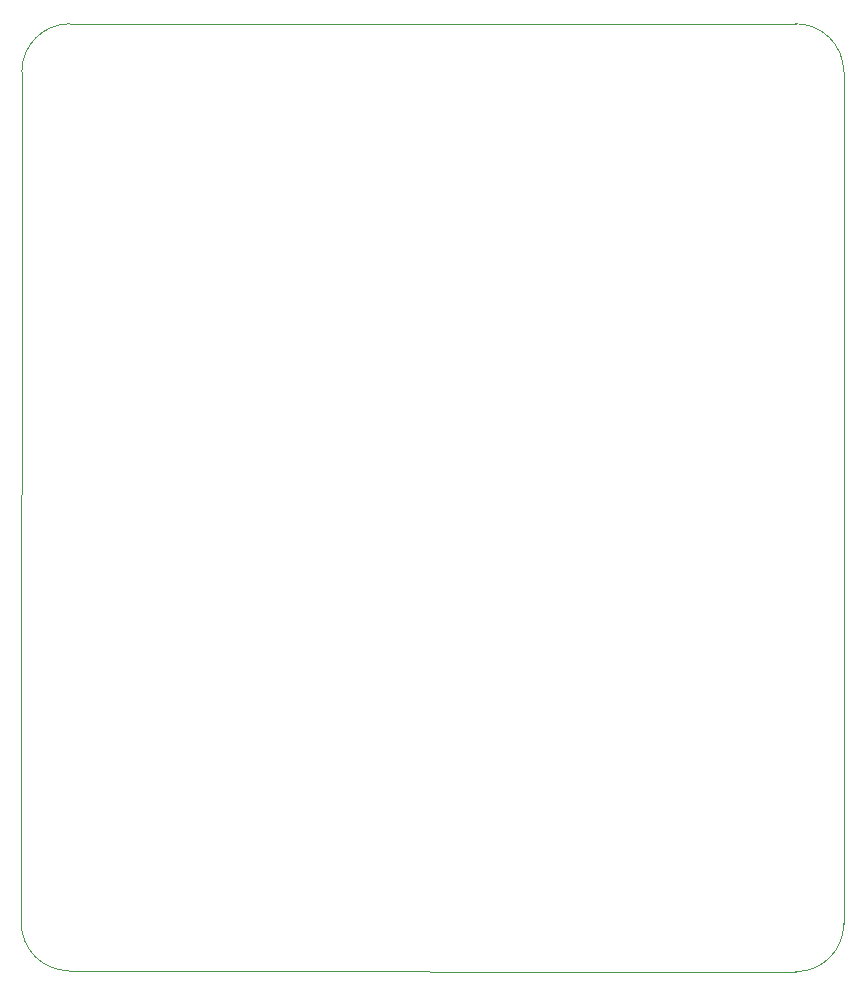
<source format=gm1>
G04 #@! TF.GenerationSoftware,KiCad,Pcbnew,(6.0.7)*
G04 #@! TF.CreationDate,2023-03-21T01:18:23-05:00*
G04 #@! TF.ProjectId,SignalStack_Board,5369676e-616c-4537-9461-636b5f426f61,rev?*
G04 #@! TF.SameCoordinates,Original*
G04 #@! TF.FileFunction,Profile,NP*
%FSLAX46Y46*%
G04 Gerber Fmt 4.6, Leading zero omitted, Abs format (unit mm)*
G04 Created by KiCad (PCBNEW (6.0.7)) date 2023-03-21 01:18:23*
%MOMM*%
%LPD*%
G01*
G04 APERTURE LIST*
G04 #@! TA.AperFunction,Profile*
%ADD10C,0.100000*%
G04 #@! TD*
G04 APERTURE END LIST*
D10*
X112347682Y-134159318D02*
X112398482Y-62106482D01*
X177927000Y-138303000D02*
X116411682Y-138223318D01*
X116462482Y-58042482D02*
G75*
G03*
X112398482Y-62106482I18J-4064018D01*
G01*
X116462482Y-58042482D02*
X177923518Y-58042482D01*
X112347682Y-134159318D02*
G75*
G03*
X116411682Y-138223318I4064018J18D01*
G01*
X181987518Y-62106482D02*
G75*
G03*
X177923518Y-58042482I-4064018J-18D01*
G01*
X177927000Y-138303000D02*
G75*
G03*
X181991000Y-134239000I0J4064000D01*
G01*
X181991000Y-134239000D02*
X181987518Y-62106482D01*
M02*

</source>
